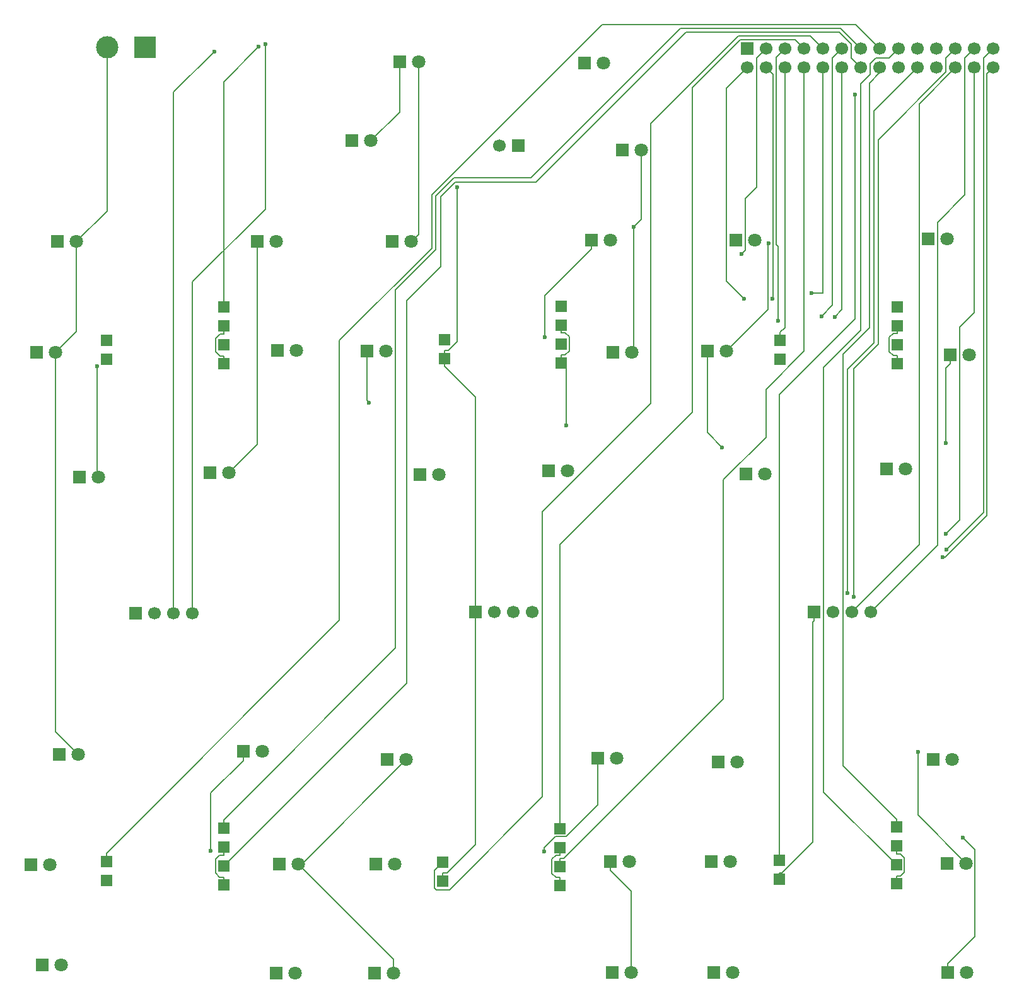
<source format=gbr>
%TF.GenerationSoftware,KiCad,Pcbnew,9.0.2*%
%TF.CreationDate,2025-06-15T20:52:46+02:00*%
%TF.ProjectId,adirs,61646972-732e-46b6-9963-61645f706362,rev?*%
%TF.SameCoordinates,Original*%
%TF.FileFunction,Copper,L2,Bot*%
%TF.FilePolarity,Positive*%
%FSLAX46Y46*%
G04 Gerber Fmt 4.6, Leading zero omitted, Abs format (unit mm)*
G04 Created by KiCad (PCBNEW 9.0.2) date 2025-06-15 20:52:46*
%MOMM*%
%LPD*%
G01*
G04 APERTURE LIST*
%TA.AperFunction,ComponentPad*%
%ADD10R,1.500000X1.500000*%
%TD*%
%TA.AperFunction,ComponentPad*%
%ADD11R,1.800000X1.800000*%
%TD*%
%TA.AperFunction,ComponentPad*%
%ADD12C,1.800000*%
%TD*%
%TA.AperFunction,ComponentPad*%
%ADD13R,3.000000X3.000000*%
%TD*%
%TA.AperFunction,ComponentPad*%
%ADD14C,3.000000*%
%TD*%
%TA.AperFunction,ComponentPad*%
%ADD15R,1.700000X1.700000*%
%TD*%
%TA.AperFunction,ComponentPad*%
%ADD16C,1.700000*%
%TD*%
%TA.AperFunction,ViaPad*%
%ADD17C,0.600000*%
%TD*%
%TA.AperFunction,Conductor*%
%ADD18C,0.200000*%
%TD*%
G04 APERTURE END LIST*
D10*
%TO.P,KR3,1,+5V_TOP_LED*%
%TO.N,Net-(J2-Pin_4)*%
X255250000Y-60150000D03*
%TO.P,KR3,2,GND_TOP_LED*%
%TO.N,GND*%
X255250000Y-62690000D03*
%TO.P,KR3,3,+5V_BOTTOM_LED*%
%TO.N,Net-(J2-Pin_5)*%
X255250000Y-65230000D03*
%TO.P,KR3,4,GND_BOTTOM_LED*%
%TO.N,GND*%
X255250000Y-67770000D03*
%TO.P,KR3,5,SW_IN*%
%TO.N,Net-(J2-Pin_6)*%
X239550000Y-64650000D03*
%TO.P,KR3,6,SW_OUT*%
%TO.N,GND*%
X239550000Y-67190000D03*
%TD*%
D11*
%TO.P,D35,1,K*%
%TO.N,Net-(D35-K)*%
X230660000Y-149600000D03*
D12*
%TO.P,D35,2,A*%
%TO.N,Net-(D34-K)*%
X233200000Y-149600000D03*
%TD*%
D11*
%TO.P,D29,1,K*%
%TO.N,Net-(D29-K)*%
X216760000Y-134700000D03*
D12*
%TO.P,D29,2,A*%
%TO.N,Net-(D28-K)*%
X219300000Y-134700000D03*
%TD*%
D11*
%TO.P,D33,1,K*%
%TO.N,Net-(D33-K)*%
X230260000Y-134700000D03*
D12*
%TO.P,D33,2,A*%
%TO.N,Net-(D32-K)*%
X232800000Y-134700000D03*
%TD*%
D11*
%TO.P,D3,1,K*%
%TO.N,Net-(D3-K)*%
X163000000Y-82400000D03*
D12*
%TO.P,D3,2,A*%
%TO.N,Net-(D2-K)*%
X165540000Y-82400000D03*
%TD*%
D11*
%TO.P,D22,1,K*%
%TO.N,Net-(D22-K)*%
X172260000Y-135000000D03*
D12*
%TO.P,D22,2,A*%
%TO.N,+12V*%
X174800000Y-135000000D03*
%TD*%
D11*
%TO.P,D19,1,K*%
%TO.N,Net-(D19-K)*%
X142760000Y-120300000D03*
D12*
%TO.P,D19,2,A*%
%TO.N,+12V*%
X145300000Y-120300000D03*
%TD*%
D11*
%TO.P,D13,1,K*%
%TO.N,Net-(D13-K)*%
X233560000Y-51200000D03*
D12*
%TO.P,D13,2,A*%
%TO.N,+12V*%
X236100000Y-51200000D03*
%TD*%
D11*
%TO.P,D16,1,K*%
%TO.N,Net-(D16-K)*%
X262360000Y-66600000D03*
D12*
%TO.P,D16,2,A*%
%TO.N,+12V*%
X264900000Y-66600000D03*
%TD*%
D11*
%TO.P,D8,1,K*%
%TO.N,Net-(D8-K)*%
X214225000Y-51200000D03*
D12*
%TO.P,D8,2,A*%
%TO.N,Net-(D7-K)*%
X216765000Y-51200000D03*
%TD*%
D10*
%TO.P,KR5,1,+5V_TOP_LED*%
%TO.N,Net-(J2-Pin_7)*%
X209950000Y-130250000D03*
%TO.P,KR5,2,GND_TOP_LED*%
%TO.N,GND*%
X209950000Y-132790000D03*
%TO.P,KR5,3,+5V_BOTTOM_LED*%
%TO.N,Net-(J2-Pin_8)*%
X209950000Y-135330000D03*
%TO.P,KR5,4,GND_BOTTOM_LED*%
%TO.N,GND*%
X209950000Y-137870000D03*
%TO.P,KR5,5,SW_IN*%
%TO.N,Net-(J2-Pin_9)*%
X194250000Y-134750000D03*
%TO.P,KR5,6,SW_OUT*%
%TO.N,GND*%
X194250000Y-137290000D03*
%TD*%
D11*
%TO.P,D25,1,K*%
%TO.N,Net-(D25-K)*%
X186760000Y-121000000D03*
D12*
%TO.P,D25,2,A*%
%TO.N,+12V*%
X189300000Y-121000000D03*
%TD*%
D13*
%TO.P,J1,1,Pin_1*%
%TO.N,GND*%
X154240000Y-25300000D03*
D14*
%TO.P,J1,2,Pin_2*%
%TO.N,+12V*%
X149160000Y-25300000D03*
%TD*%
D11*
%TO.P,D21,1,K*%
%TO.N,Net-(D21-K)*%
X138960000Y-135100000D03*
D12*
%TO.P,D21,2,A*%
%TO.N,Net-(D20-K)*%
X141500000Y-135100000D03*
%TD*%
D11*
%TO.P,D10,1,K*%
%TO.N,Net-(D10-K)*%
X217060000Y-66300000D03*
D12*
%TO.P,D10,2,A*%
%TO.N,+12V*%
X219600000Y-66300000D03*
%TD*%
D11*
%TO.P,D32,1,K*%
%TO.N,Net-(D32-K)*%
X260060000Y-121000000D03*
D12*
%TO.P,D32,2,A*%
%TO.N,Net-(D31-K)*%
X262600000Y-121000000D03*
%TD*%
D11*
%TO.P,D12,1,K*%
%TO.N,Net-(D12-K)*%
X208460000Y-82200000D03*
D12*
%TO.P,D12,2,A*%
%TO.N,Net-(D11-K)*%
X211000000Y-82200000D03*
%TD*%
D10*
%TO.P,KR6,1,+5V_TOP_LED*%
%TO.N,Net-(J2-Pin_16)*%
X255150000Y-130050000D03*
%TO.P,KR6,2,GND_TOP_LED*%
%TO.N,GND*%
X255150000Y-132590000D03*
%TO.P,KR6,3,+5V_BOTTOM_LED*%
%TO.N,Net-(J2-Pin_17)*%
X255150000Y-135130000D03*
%TO.P,KR6,4,GND_BOTTOM_LED*%
%TO.N,GND*%
X255150000Y-137670000D03*
%TO.P,KR6,5,SW_IN*%
%TO.N,Net-(J2-Pin_18)*%
X239450000Y-134550000D03*
%TO.P,KR6,6,SW_OUT*%
%TO.N,GND*%
X239450000Y-137090000D03*
%TD*%
D15*
%TO.P,J6,1,Pin_1*%
%TO.N,GND*%
X198590000Y-101150000D03*
D16*
%TO.P,J6,2,Pin_2*%
%TO.N,Net-(J2-Pin_26)*%
X201130000Y-101150000D03*
%TO.P,J6,3,Pin_3*%
%TO.N,Net-(J2-Pin_27)*%
X203670000Y-101150000D03*
%TO.P,J6,4,Pin_4*%
%TO.N,Net-(J2-Pin_28)*%
X206210000Y-101150000D03*
%TD*%
D11*
%TO.P,D9,1,K*%
%TO.N,Net-(D9-K)*%
X184025000Y-66100000D03*
D12*
%TO.P,D9,2,A*%
%TO.N,Net-(D8-K)*%
X186565000Y-66100000D03*
%TD*%
D11*
%TO.P,D30,1,K*%
%TO.N,Net-(D30-K)*%
X216960000Y-149600000D03*
D12*
%TO.P,D30,2,A*%
%TO.N,Net-(D29-K)*%
X219500000Y-149600000D03*
%TD*%
D11*
%TO.P,D14,1,K*%
%TO.N,Net-(D14-K)*%
X259425000Y-51000000D03*
D12*
%TO.P,D14,2,A*%
%TO.N,Net-(D13-K)*%
X261965000Y-51000000D03*
%TD*%
D15*
%TO.P,J4,1,Pin_1*%
%TO.N,GND*%
X153020000Y-101300000D03*
D16*
%TO.P,J4,2,Pin_2*%
%TO.N,Net-(J2-Pin_20)*%
X155560000Y-101300000D03*
%TO.P,J4,3,Pin_3*%
%TO.N,Net-(J2-Pin_21)*%
X158100000Y-101300000D03*
%TO.P,J4,4,Pin_4*%
%TO.N,Net-(J2-Pin_22)*%
X160640000Y-101300000D03*
%TD*%
D10*
%TO.P,KR4,1,+5V_TOP_LED*%
%TO.N,Net-(J2-Pin_13)*%
X164800000Y-130200000D03*
%TO.P,KR4,2,GND_TOP_LED*%
%TO.N,GND*%
X164800000Y-132740000D03*
%TO.P,KR4,3,+5V_BOTTOM_LED*%
%TO.N,Net-(J2-Pin_14)*%
X164800000Y-135280000D03*
%TO.P,KR4,4,GND_BOTTOM_LED*%
%TO.N,GND*%
X164800000Y-137820000D03*
%TO.P,KR4,5,SW_IN*%
%TO.N,Net-(J2-Pin_15)*%
X149100000Y-134700000D03*
%TO.P,KR4,6,SW_OUT*%
%TO.N,GND*%
X149100000Y-137240000D03*
%TD*%
D11*
%TO.P,D15,1,K*%
%TO.N,Net-(D15-K)*%
X229760000Y-66100000D03*
D12*
%TO.P,D15,2,A*%
%TO.N,Net-(D14-K)*%
X232300000Y-66100000D03*
%TD*%
D11*
%TO.P,D5,1,K*%
%TO.N,Net-(D5-K)*%
X172025000Y-66000000D03*
D12*
%TO.P,D5,2,A*%
%TO.N,Net-(D4-K)*%
X174565000Y-66000000D03*
%TD*%
D15*
%TO.P,J5,1,Pin_1*%
%TO.N,GND*%
X244090000Y-101150000D03*
D16*
%TO.P,J5,2,Pin_2*%
%TO.N,Net-(J2-Pin_23)*%
X246630000Y-101150000D03*
%TO.P,J5,3,Pin_3*%
%TO.N,Net-(J2-Pin_24)*%
X249170000Y-101150000D03*
%TO.P,J5,4,Pin_4*%
%TO.N,Net-(J2-Pin_25)*%
X251710000Y-101150000D03*
%TD*%
D11*
%TO.P,D23,1,K*%
%TO.N,Net-(D23-K)*%
X140460000Y-148600000D03*
D12*
%TO.P,D23,2,A*%
%TO.N,Net-(D22-K)*%
X143000000Y-148600000D03*
%TD*%
D11*
%TO.P,D17,1,K*%
%TO.N,Net-(D17-K)*%
X234960000Y-82600000D03*
D12*
%TO.P,D17,2,A*%
%TO.N,Net-(D16-K)*%
X237500000Y-82600000D03*
%TD*%
D11*
%TO.P,D40,1,K*%
%TO.N,Net-(D40-K)*%
X218360000Y-39100000D03*
D12*
%TO.P,D40,2,A*%
%TO.N,+12V*%
X220900000Y-39100000D03*
%TD*%
D11*
%TO.P,D2,1,K*%
%TO.N,Net-(D2-K)*%
X169325000Y-51400000D03*
D12*
%TO.P,D2,2,A*%
%TO.N,Net-(D1-K)*%
X171865000Y-51400000D03*
%TD*%
D11*
%TO.P,D39,1,K*%
%TO.N,Net-(D39-K)*%
X213260000Y-27400000D03*
D12*
%TO.P,D39,2,A*%
%TO.N,Net-(D38-K)*%
X215800000Y-27400000D03*
%TD*%
D11*
%TO.P,D1,1,K*%
%TO.N,Net-(D1-K)*%
X142525000Y-51400000D03*
D12*
%TO.P,D1,2,A*%
%TO.N,+12V*%
X145065000Y-51400000D03*
%TD*%
D11*
%TO.P,D37,1,K*%
%TO.N,Net-(D37-K)*%
X188425000Y-27200000D03*
D12*
%TO.P,D37,2,A*%
%TO.N,+12V*%
X190965000Y-27200000D03*
%TD*%
D15*
%TO.P,J3,1,Pin_1*%
%TO.N,Net-(J3-Pin_1)*%
X204375000Y-38500000D03*
D16*
%TO.P,J3,2,Pin_2*%
%TO.N,Net-(J2-Pin_19)*%
X201835000Y-38500000D03*
%TD*%
D11*
%TO.P,D34,1,K*%
%TO.N,Net-(D34-K)*%
X261960000Y-134900000D03*
D12*
%TO.P,D34,2,A*%
%TO.N,+12V*%
X264500000Y-134900000D03*
%TD*%
D10*
%TO.P,KR1,1,+5V_TOP_LED*%
%TO.N,Net-(J2-Pin_1)*%
X164800000Y-60200000D03*
%TO.P,KR1,2,GND_TOP_LED*%
%TO.N,GND*%
X164800000Y-62740000D03*
%TO.P,KR1,3,+5V_BOTTOM_LED*%
%TO.N,Net-(J2-Pin_2)*%
X164800000Y-65280000D03*
%TO.P,KR1,4,GND_BOTTOM_LED*%
%TO.N,GND*%
X164800000Y-67820000D03*
%TO.P,KR1,5,SW_IN*%
%TO.N,Net-(J2-Pin_3)*%
X149100000Y-64700000D03*
%TO.P,KR1,6,SW_OUT*%
%TO.N,GND*%
X149100000Y-67240000D03*
%TD*%
D11*
%TO.P,D24,1,K*%
%TO.N,Net-(D24-K)*%
X171860000Y-149700000D03*
D12*
%TO.P,D24,2,A*%
%TO.N,Net-(D23-K)*%
X174400000Y-149700000D03*
%TD*%
D11*
%TO.P,D26,1,K*%
%TO.N,Net-(D26-K)*%
X215060000Y-120800000D03*
D12*
%TO.P,D26,2,A*%
%TO.N,Net-(D25-K)*%
X217600000Y-120800000D03*
%TD*%
D11*
%TO.P,D7,1,K*%
%TO.N,Net-(D7-K)*%
X187425000Y-51400000D03*
D12*
%TO.P,D7,2,A*%
%TO.N,+12V*%
X189965000Y-51400000D03*
%TD*%
D11*
%TO.P,D4,1,K*%
%TO.N,Net-(D4-K)*%
X139725000Y-66300000D03*
D12*
%TO.P,D4,2,A*%
%TO.N,+12V*%
X142265000Y-66300000D03*
%TD*%
D11*
%TO.P,D11,1,K*%
%TO.N,Net-(D11-K)*%
X191160000Y-82700000D03*
D12*
%TO.P,D11,2,A*%
%TO.N,Net-(D10-K)*%
X193700000Y-82700000D03*
%TD*%
D11*
%TO.P,D36,1,K*%
%TO.N,Net-(D36-K)*%
X262060000Y-149600000D03*
D12*
%TO.P,D36,2,A*%
%TO.N,Net-(D35-K)*%
X264600000Y-149600000D03*
%TD*%
D11*
%TO.P,D20,1,K*%
%TO.N,Net-(D20-K)*%
X167460000Y-119900000D03*
D12*
%TO.P,D20,2,A*%
%TO.N,Net-(D19-K)*%
X170000000Y-119900000D03*
%TD*%
D11*
%TO.P,D27,1,K*%
%TO.N,Net-(D27-K)*%
X185260000Y-135000000D03*
D12*
%TO.P,D27,2,A*%
%TO.N,Net-(D26-K)*%
X187800000Y-135000000D03*
%TD*%
D11*
%TO.P,D31,1,K*%
%TO.N,Net-(D31-K)*%
X231260000Y-121300000D03*
D12*
%TO.P,D31,2,A*%
%TO.N,+12V*%
X233800000Y-121300000D03*
%TD*%
D11*
%TO.P,D38,1,K*%
%TO.N,Net-(D38-K)*%
X182060000Y-37800000D03*
D12*
%TO.P,D38,2,A*%
%TO.N,Net-(D37-K)*%
X184600000Y-37800000D03*
%TD*%
D11*
%TO.P,D28,1,K*%
%TO.N,Net-(D28-K)*%
X185060000Y-149700000D03*
D12*
%TO.P,D28,2,A*%
%TO.N,+12V*%
X187600000Y-149700000D03*
%TD*%
D11*
%TO.P,D18,1,K*%
%TO.N,Net-(D18-K)*%
X253860000Y-81900000D03*
D12*
%TO.P,D18,2,A*%
%TO.N,Net-(D17-K)*%
X256400000Y-81900000D03*
%TD*%
D10*
%TO.P,KR2,1,+5V_TOP_LED*%
%TO.N,Net-(J2-Pin_10)*%
X210150000Y-60050000D03*
%TO.P,KR2,2,GND_TOP_LED*%
%TO.N,GND*%
X210150000Y-62590000D03*
%TO.P,KR2,3,+5V_BOTTOM_LED*%
%TO.N,Net-(J2-Pin_11)*%
X210150000Y-65130000D03*
%TO.P,KR2,4,GND_BOTTOM_LED*%
%TO.N,GND*%
X210150000Y-67670000D03*
%TO.P,KR2,5,SW_IN*%
%TO.N,Net-(J2-Pin_12)*%
X194450000Y-64550000D03*
%TO.P,KR2,6,SW_OUT*%
%TO.N,GND*%
X194450000Y-67090000D03*
%TD*%
D11*
%TO.P,D6,1,K*%
%TO.N,Net-(D6-K)*%
X145425000Y-83000000D03*
D12*
%TO.P,D6,2,A*%
%TO.N,Net-(D5-K)*%
X147965000Y-83000000D03*
%TD*%
D15*
%TO.P,J2,1,Pin_1*%
%TO.N,Net-(J2-Pin_1)*%
X235140000Y-25460000D03*
D16*
%TO.P,J2,2,Pin_2*%
%TO.N,Net-(J2-Pin_2)*%
X235140000Y-28000000D03*
%TO.P,J2,3,Pin_3*%
%TO.N,Net-(J2-Pin_3)*%
X237680000Y-25460000D03*
%TO.P,J2,4,Pin_4*%
%TO.N,Net-(J2-Pin_4)*%
X237680000Y-28000000D03*
%TO.P,J2,5,Pin_5*%
%TO.N,Net-(J2-Pin_5)*%
X240220000Y-25460000D03*
%TO.P,J2,6,Pin_6*%
%TO.N,Net-(J2-Pin_6)*%
X240220000Y-28000000D03*
%TO.P,J2,7,Pin_7*%
%TO.N,Net-(J2-Pin_7)*%
X242760000Y-25460000D03*
%TO.P,J2,8,Pin_8*%
%TO.N,Net-(J2-Pin_8)*%
X242760000Y-28000000D03*
%TO.P,J2,9,Pin_9*%
%TO.N,Net-(J2-Pin_9)*%
X245300000Y-25460000D03*
%TO.P,J2,10,Pin_10*%
%TO.N,Net-(J2-Pin_10)*%
X245300000Y-28000000D03*
%TO.P,J2,11,Pin_11*%
%TO.N,Net-(J2-Pin_11)*%
X247840000Y-25460000D03*
%TO.P,J2,12,Pin_12*%
%TO.N,Net-(J2-Pin_12)*%
X247840000Y-28000000D03*
%TO.P,J2,13,Pin_13*%
%TO.N,Net-(J2-Pin_13)*%
X250380000Y-25460000D03*
%TO.P,J2,14,Pin_14*%
%TO.N,Net-(J2-Pin_14)*%
X250380000Y-28000000D03*
%TO.P,J2,15,Pin_15*%
%TO.N,Net-(J2-Pin_15)*%
X252920000Y-25460000D03*
%TO.P,J2,16,Pin_16*%
%TO.N,Net-(J2-Pin_16)*%
X252920000Y-28000000D03*
%TO.P,J2,17,Pin_17*%
%TO.N,Net-(J2-Pin_17)*%
X255460000Y-25460000D03*
%TO.P,J2,18,Pin_18*%
%TO.N,Net-(J2-Pin_18)*%
X255460000Y-28000000D03*
%TO.P,J2,19,Pin_19*%
%TO.N,Net-(J2-Pin_19)*%
X258000000Y-25460000D03*
%TO.P,J2,20,Pin_20*%
%TO.N,Net-(J2-Pin_20)*%
X258000000Y-28000000D03*
%TO.P,J2,21,Pin_21*%
%TO.N,Net-(J2-Pin_21)*%
X260540000Y-25460000D03*
%TO.P,J2,22,Pin_22*%
%TO.N,Net-(J2-Pin_22)*%
X260540000Y-28000000D03*
%TO.P,J2,23,Pin_23*%
%TO.N,Net-(J2-Pin_23)*%
X263080000Y-25460000D03*
%TO.P,J2,24,Pin_24*%
%TO.N,Net-(J2-Pin_24)*%
X263080000Y-28000000D03*
%TO.P,J2,25,Pin_25*%
%TO.N,Net-(J2-Pin_25)*%
X265620000Y-25460000D03*
%TO.P,J2,26,Pin_26*%
%TO.N,Net-(J2-Pin_26)*%
X265620000Y-28000000D03*
%TO.P,J2,27,Pin_27*%
%TO.N,Net-(J2-Pin_27)*%
X268160000Y-25460000D03*
%TO.P,J2,28,Pin_28*%
%TO.N,Net-(J2-Pin_28)*%
X268160000Y-28000000D03*
%TD*%
D17*
%TO.N,+12V*%
X219880700Y-49420000D03*
X258041000Y-119940000D03*
%TO.N,Net-(D5-K)*%
X147837400Y-68108800D03*
%TO.N,Net-(D8-K)*%
X207972900Y-64220000D03*
%TO.N,Net-(D9-K)*%
X184321100Y-73022000D03*
%TO.N,Net-(D14-K)*%
X237968300Y-51607500D03*
%TO.N,Net-(D15-K)*%
X231733900Y-79020000D03*
%TO.N,Net-(D16-K)*%
X261815500Y-78488200D03*
%TO.N,Net-(D20-K)*%
X163073200Y-133265800D03*
%TO.N,Net-(D26-K)*%
X207872900Y-133335000D03*
%TO.N,Net-(D36-K)*%
X264109800Y-131446200D03*
%TO.N,GND*%
X210805400Y-76060000D03*
X196174300Y-44113800D03*
%TO.N,Net-(J2-Pin_2)*%
X234697200Y-59090000D03*
%TO.N,Net-(J2-Pin_1)*%
X169503100Y-25235500D03*
%TO.N,Net-(J2-Pin_20)*%
X248601000Y-98650200D03*
%TO.N,Net-(J2-Pin_23)*%
X249406000Y-99140400D03*
%TO.N,Net-(J2-Pin_26)*%
X261771100Y-90672000D03*
%TO.N,Net-(J2-Pin_18)*%
X249622300Y-31660000D03*
%TO.N,Net-(J2-Pin_28)*%
X261366900Y-93820000D03*
%TO.N,Net-(J2-Pin_3)*%
X234335800Y-53031900D03*
%TO.N,Net-(J2-Pin_4)*%
X238502400Y-59090000D03*
%TO.N,Net-(J2-Pin_10)*%
X243763500Y-58300000D03*
%TO.N,Net-(J2-Pin_21)*%
X163577600Y-25839500D03*
%TO.N,Net-(J2-Pin_11)*%
X245076400Y-61435000D03*
%TO.N,Net-(J2-Pin_22)*%
X170395400Y-24868200D03*
%TO.N,Net-(J2-Pin_12)*%
X246865300Y-61523300D03*
%TO.N,Net-(J2-Pin_27)*%
X261868000Y-92782500D03*
%TO.N,Net-(J2-Pin_5)*%
X239296100Y-62050000D03*
%TD*%
D18*
%TO.N,+12V*%
X149160000Y-47305000D02*
X145065000Y-51400000D01*
X145300000Y-120300000D02*
X142265000Y-117265000D01*
X219880700Y-66019300D02*
X219600000Y-66300000D01*
X145065000Y-63500000D02*
X142265000Y-66300000D01*
X175050000Y-135250000D02*
X187600000Y-147800000D01*
X220900000Y-48400700D02*
X219880700Y-49420000D01*
X187600000Y-147800000D02*
X187600000Y-149700000D01*
X142265000Y-117265000D02*
X142265000Y-66300000D01*
X220900000Y-39100000D02*
X220900000Y-48400700D01*
X190965000Y-27200000D02*
X190965000Y-50400000D01*
X258041000Y-128441000D02*
X258041000Y-119940000D01*
X174800000Y-135000000D02*
X175050000Y-135250000D01*
X219880700Y-49420000D02*
X219880700Y-66019300D01*
X264500000Y-134900000D02*
X258041000Y-128441000D01*
X145065000Y-51400000D02*
X145065000Y-63500000D01*
X175050000Y-135250000D02*
X189300000Y-121000000D01*
X190965000Y-50400000D02*
X189965000Y-51400000D01*
X149160000Y-25300000D02*
X149160000Y-47305000D01*
%TO.N,Net-(D2-K)*%
X165540000Y-82400000D02*
X169325000Y-78615000D01*
X169325000Y-78615000D02*
X169325000Y-51400000D01*
%TO.N,Net-(D5-K)*%
X147965000Y-83000000D02*
X147837400Y-82872400D01*
X147837400Y-82872400D02*
X147837400Y-68108800D01*
%TO.N,Net-(D8-K)*%
X207972900Y-58653800D02*
X207972900Y-64220000D01*
X214225000Y-52401700D02*
X207972900Y-58653800D01*
X214225000Y-51200000D02*
X214225000Y-52401700D01*
%TO.N,Net-(D9-K)*%
X184319500Y-73022000D02*
X184321100Y-73022000D01*
X184025000Y-72725900D02*
X184025000Y-66100000D01*
X184321100Y-73022000D02*
X184025000Y-72725900D01*
X184321100Y-73022000D02*
X184319500Y-73022000D01*
%TO.N,Net-(D14-K)*%
X237900700Y-51675100D02*
X237900700Y-60499300D01*
X237968300Y-51607500D02*
X237900700Y-51675100D01*
X237900700Y-60499300D02*
X232300000Y-66100000D01*
%TO.N,Net-(D15-K)*%
X229760000Y-77046100D02*
X229760000Y-66100000D01*
X231733900Y-79020000D02*
X229760000Y-77046100D01*
%TO.N,Net-(D16-K)*%
X262360000Y-67801700D02*
X261815500Y-68346200D01*
X262360000Y-66600000D02*
X262360000Y-67801700D01*
X261815500Y-68346200D02*
X261815500Y-78488200D01*
%TO.N,Net-(D20-K)*%
X163073200Y-125488500D02*
X163073200Y-133265800D01*
X167460000Y-121101700D02*
X163073200Y-125488500D01*
X167460000Y-119900000D02*
X167460000Y-121101700D01*
%TO.N,Net-(D26-K)*%
X207872900Y-132831000D02*
X207872900Y-133335000D01*
X210842500Y-131301700D02*
X209402200Y-131301700D01*
X209402200Y-131301700D02*
X207872900Y-132831000D01*
X215060000Y-120800000D02*
X215060000Y-127084200D01*
X215060000Y-127084200D02*
X210842500Y-131301700D01*
%TO.N,Net-(D29-K)*%
X219500000Y-138641700D02*
X219500000Y-149600000D01*
X216760000Y-134700000D02*
X216760000Y-135901700D01*
X216760000Y-135901700D02*
X219500000Y-138641700D01*
%TO.N,Net-(D36-K)*%
X264109800Y-131446200D02*
X265718900Y-133055300D01*
X262060000Y-149600000D02*
X262060000Y-148398300D01*
X265718900Y-144739400D02*
X262060000Y-148398300D01*
X265718900Y-133055300D02*
X265718900Y-144739400D01*
%TO.N,GND*%
X209424100Y-133841700D02*
X208898300Y-134367500D01*
X209950000Y-132790000D02*
X209950000Y-133841700D01*
X164800000Y-137820000D02*
X164800000Y-136768300D01*
X194450000Y-67090000D02*
X194450000Y-66038300D01*
X210150000Y-67144100D02*
X210805400Y-67799500D01*
X210675900Y-63641700D02*
X211201700Y-64167500D01*
X194250000Y-137290000D02*
X194250000Y-136238300D01*
X164800000Y-136768300D02*
X164274100Y-136768300D01*
X210150000Y-62590000D02*
X210150000Y-63641700D01*
X198590000Y-101150000D02*
X198590000Y-72281700D01*
X164800000Y-67820000D02*
X164800000Y-66768300D01*
X243917800Y-102473900D02*
X244090000Y-102301700D01*
X254198300Y-66192500D02*
X254724100Y-66718300D01*
X209424100Y-136818300D02*
X209950000Y-136818300D01*
X243917800Y-132091700D02*
X243917800Y-102473900D01*
X164361600Y-66768300D02*
X164800000Y-66768300D01*
X209950000Y-133841700D02*
X209424100Y-133841700D01*
X211201700Y-66092500D02*
X210675900Y-66618300D01*
X255675900Y-133641700D02*
X255150000Y-133641700D01*
X198590000Y-132424100D02*
X194775800Y-136238300D01*
X239450000Y-136204600D02*
X239804900Y-136204600D01*
X164274100Y-133791700D02*
X164800000Y-133791700D01*
X164361600Y-63791700D02*
X163748300Y-64405000D01*
X164800000Y-132740000D02*
X164800000Y-133791700D01*
X210150000Y-67144100D02*
X210150000Y-66618300D01*
X163748300Y-66155000D02*
X164361600Y-66768300D01*
X196174300Y-64839800D02*
X194975800Y-66038300D01*
X210150000Y-63641700D02*
X210675900Y-63641700D01*
X254724100Y-66718300D02*
X255250000Y-66718300D01*
X194450000Y-67090000D02*
X194450000Y-68141700D01*
X198590000Y-72281700D02*
X194450000Y-68141700D01*
X164800000Y-62740000D02*
X164800000Y-63791700D01*
X163748300Y-134317500D02*
X164274100Y-133791700D01*
X239804900Y-136204600D02*
X243917800Y-132091700D01*
X244090000Y-101150000D02*
X244090000Y-102301700D01*
X194975800Y-66038300D02*
X194450000Y-66038300D01*
X255675900Y-136618300D02*
X256201700Y-136092500D01*
X164800000Y-63791700D02*
X164361600Y-63791700D01*
X163748300Y-64405000D02*
X163748300Y-66155000D01*
X255250000Y-63741700D02*
X254724100Y-63741700D01*
X194775800Y-136238300D02*
X194250000Y-136238300D01*
X210805400Y-67799500D02*
X210805400Y-76060000D01*
X254198300Y-64267500D02*
X254198300Y-66192500D01*
X211201700Y-64167500D02*
X211201700Y-66092500D01*
X255150000Y-137670000D02*
X255150000Y-136618300D01*
X208898300Y-134367500D02*
X208898300Y-136292500D01*
X163748300Y-136242500D02*
X163748300Y-134317500D01*
X198590000Y-101150000D02*
X198590000Y-132424100D01*
X239450000Y-137090000D02*
X239450000Y-136204600D01*
X164274100Y-136768300D02*
X163748300Y-136242500D01*
X255150000Y-132590000D02*
X255150000Y-133641700D01*
X256201700Y-134167500D02*
X255675900Y-133641700D01*
X255150000Y-136618300D02*
X255675900Y-136618300D01*
X210150000Y-67670000D02*
X210150000Y-67144100D01*
X209950000Y-137870000D02*
X209950000Y-136818300D01*
X255250000Y-62690000D02*
X255250000Y-63741700D01*
X196174300Y-44113800D02*
X196174300Y-64839800D01*
X256201700Y-136092500D02*
X256201700Y-134167500D01*
X208898300Y-136292500D02*
X209424100Y-136818300D01*
X210675900Y-66618300D02*
X210150000Y-66618300D01*
X255250000Y-67770000D02*
X255250000Y-66718300D01*
X254724100Y-63741700D02*
X254198300Y-64267500D01*
%TO.N,Net-(J2-Pin_2)*%
X232335100Y-30804900D02*
X232335100Y-56727900D01*
X232335100Y-56727900D02*
X234697200Y-59090000D01*
X235140000Y-28000000D02*
X232335100Y-30804900D01*
%TO.N,Net-(J2-Pin_1)*%
X164800000Y-60200000D02*
X164800000Y-29938600D01*
X164800000Y-29938600D02*
X169503100Y-25235500D01*
%TO.N,Net-(J2-Pin_20)*%
X248601000Y-98650200D02*
X248601000Y-68532800D01*
X252172000Y-64961800D02*
X252172000Y-33828000D01*
X248601000Y-68532800D02*
X252172000Y-64961800D01*
X252172000Y-33828000D02*
X258000000Y-28000000D01*
%TO.N,Net-(J2-Pin_23)*%
X252731700Y-65170400D02*
X252731700Y-37695500D01*
X249406000Y-99140400D02*
X249406000Y-68496100D01*
X252731700Y-37695500D02*
X261810000Y-28617200D01*
X261810000Y-26730000D02*
X263080000Y-25460000D01*
X249406000Y-68496100D02*
X252731700Y-65170400D01*
X261810000Y-28617200D02*
X261810000Y-26730000D01*
%TO.N,Net-(J2-Pin_26)*%
X263629900Y-88813200D02*
X263629900Y-62887600D01*
X263629900Y-62887600D02*
X265620000Y-60897500D01*
X261771100Y-90672000D02*
X263629900Y-88813200D01*
X265620000Y-60897500D02*
X265620000Y-28000000D01*
%TO.N,Net-(J2-Pin_16)*%
X255150000Y-130050000D02*
X255150000Y-128998300D01*
X251541000Y-30088500D02*
X252920000Y-28709500D01*
X247985300Y-66492200D02*
X251541000Y-62936500D01*
X247985300Y-121833600D02*
X247985300Y-66492200D01*
X255150000Y-128998300D02*
X247985300Y-121833600D01*
X251541000Y-62936500D02*
X251541000Y-30088500D01*
X252920000Y-28709500D02*
X252920000Y-28000000D01*
%TO.N,Net-(J2-Pin_13)*%
X206043200Y-42843900D02*
X226135600Y-22751500D01*
X193283900Y-45291200D02*
X195731200Y-42843900D01*
X226135600Y-22751500D02*
X247671500Y-22751500D01*
X247671500Y-22751500D02*
X250380000Y-25460000D01*
X193283900Y-52478400D02*
X193283900Y-45291200D01*
X195731200Y-42843900D02*
X206043200Y-42843900D01*
X187866700Y-105981600D02*
X187866700Y-57895600D01*
X187866700Y-57895600D02*
X193283900Y-52478400D01*
X164800000Y-130200000D02*
X164800000Y-129048300D01*
X164800000Y-129048300D02*
X187866700Y-105981600D01*
%TO.N,Net-(J2-Pin_18)*%
X239450000Y-134550000D02*
X239450000Y-133498300D01*
X249622300Y-61787900D02*
X249622300Y-31660000D01*
X239450000Y-133498300D02*
X239450000Y-71960200D01*
X239450000Y-71960200D02*
X249622300Y-61787900D01*
%TO.N,Net-(J2-Pin_28)*%
X267291800Y-28868200D02*
X268160000Y-28000000D01*
X267291800Y-88209600D02*
X267291800Y-28868200D01*
X261366900Y-93820000D02*
X261681400Y-93820000D01*
X261681400Y-93820000D02*
X267291800Y-88209600D01*
%TO.N,Net-(J2-Pin_17)*%
X250380000Y-63302200D02*
X245341700Y-68340500D01*
X251650000Y-27447000D02*
X251650000Y-28916400D01*
X245341700Y-125321700D02*
X255150000Y-135130000D01*
X245341700Y-68340500D02*
X245341700Y-125321700D01*
X252367000Y-26730000D02*
X251650000Y-27447000D01*
X251650000Y-28916400D02*
X250380000Y-30186400D01*
X250380000Y-30186400D02*
X250380000Y-63302200D01*
X254190000Y-26730000D02*
X252367000Y-26730000D01*
X255460000Y-25460000D02*
X254190000Y-26730000D01*
%TO.N,Net-(J2-Pin_15)*%
X180366600Y-102281700D02*
X149100000Y-133548300D01*
X249709800Y-22249800D02*
X215615800Y-22249800D01*
X180366600Y-64686200D02*
X180366600Y-102281700D01*
X215615800Y-22249800D02*
X192782200Y-45083400D01*
X252920000Y-25460000D02*
X249709800Y-22249800D01*
X149100000Y-134700000D02*
X149100000Y-133548300D01*
X192782200Y-45083400D02*
X192782200Y-52270600D01*
X192782200Y-52270600D02*
X180366600Y-64686200D01*
%TO.N,Net-(J2-Pin_24)*%
X258203000Y-32877000D02*
X263080000Y-28000000D01*
X249170000Y-101150000D02*
X258203000Y-92117000D01*
X258203000Y-92117000D02*
X258203000Y-32877000D01*
%TO.N,Net-(J2-Pin_14)*%
X226938700Y-23253200D02*
X247458700Y-23253200D01*
X195876400Y-43408200D02*
X206783700Y-43408200D01*
X249091700Y-24886200D02*
X249091700Y-26711700D01*
X189390400Y-110689600D02*
X189390400Y-59349700D01*
X206783700Y-43408200D02*
X226938700Y-23253200D01*
X249091700Y-26711700D02*
X250380000Y-28000000D01*
X193962300Y-45322300D02*
X195876400Y-43408200D01*
X193962300Y-54777800D02*
X193962300Y-45322300D01*
X189390400Y-59349700D02*
X193962300Y-54777800D01*
X247458700Y-23253200D02*
X249091700Y-24886200D01*
X164800000Y-135280000D02*
X189390400Y-110689600D01*
%TO.N,Net-(J2-Pin_3)*%
X236410000Y-44042000D02*
X236410000Y-26730000D01*
X236410000Y-26730000D02*
X237680000Y-25460000D01*
X234830000Y-45622000D02*
X236410000Y-44042000D01*
X234830000Y-52537700D02*
X234830000Y-45622000D01*
X234335800Y-53031900D02*
X234830000Y-52537700D01*
%TO.N,Net-(J2-Pin_4)*%
X238602400Y-28922400D02*
X237680000Y-28000000D01*
X238602400Y-58990000D02*
X238602400Y-28922400D01*
X238502400Y-59090000D02*
X238602400Y-58990000D01*
%TO.N,Net-(J2-Pin_10)*%
X245298500Y-58300000D02*
X243763500Y-58300000D01*
X245300000Y-28000000D02*
X245300000Y-58298500D01*
X243763500Y-58300000D02*
X245298500Y-58300000D01*
X245300000Y-58298500D02*
X245298500Y-58300000D01*
%TO.N,Net-(J2-Pin_21)*%
X158100000Y-101300000D02*
X158100000Y-31317100D01*
X158100000Y-31317100D02*
X163577600Y-25839500D01*
%TO.N,Net-(J2-Pin_11)*%
X245076400Y-61435000D02*
X246570000Y-59941400D01*
X246570000Y-26730000D02*
X247840000Y-25460000D01*
X246570000Y-59941400D02*
X246570000Y-26730000D01*
%TO.N,Net-(J2-Pin_22)*%
X160640000Y-56824700D02*
X170395400Y-47069300D01*
X160640000Y-101300000D02*
X160640000Y-56824700D01*
X170395400Y-47069300D02*
X170395400Y-24868200D01*
%TO.N,Net-(J2-Pin_7)*%
X241562500Y-24262500D02*
X242760000Y-25460000D01*
X227721300Y-30703900D02*
X234162700Y-24262500D01*
X209950000Y-130250000D02*
X209950000Y-92100700D01*
X209950000Y-92100700D02*
X227721300Y-74329400D01*
X227721300Y-74329400D02*
X227721300Y-30703900D01*
X234162700Y-24262500D02*
X241562500Y-24262500D01*
%TO.N,Net-(J2-Pin_9)*%
X243594900Y-23754900D02*
X245300000Y-25460000D01*
X194250000Y-134750000D02*
X193098300Y-135901700D01*
X193098300Y-138235900D02*
X193341500Y-138479100D01*
X207634700Y-87665300D02*
X222201700Y-73098300D01*
X193341500Y-138479100D02*
X195131600Y-138479100D01*
X222201700Y-35505700D02*
X233952500Y-23754900D01*
X195131600Y-138479100D02*
X207634700Y-125976000D01*
X193098300Y-135901700D02*
X193098300Y-138235900D01*
X233952500Y-23754900D02*
X243594900Y-23754900D01*
X207634700Y-125976000D02*
X207634700Y-87665300D01*
X222201700Y-73098300D02*
X222201700Y-35505700D01*
%TO.N,Net-(J2-Pin_12)*%
X247840000Y-60548600D02*
X246865300Y-61523300D01*
X247840000Y-28000000D02*
X247840000Y-60548600D01*
%TO.N,Net-(J2-Pin_25)*%
X260694900Y-48793400D02*
X264350000Y-45138300D01*
X264350000Y-45138300D02*
X264350000Y-26730000D01*
X264350000Y-26730000D02*
X265620000Y-25460000D01*
X251710000Y-101150000D02*
X260694900Y-92165100D01*
X260694900Y-92165100D02*
X260694900Y-48793400D01*
%TO.N,Net-(J2-Pin_27)*%
X266890000Y-87760500D02*
X266890000Y-26730000D01*
X261868000Y-92782500D02*
X266890000Y-87760500D01*
X266890000Y-26730000D02*
X268160000Y-25460000D01*
%TO.N,Net-(J2-Pin_8)*%
X231906500Y-112847600D02*
X231906500Y-83399900D01*
X237622400Y-71254900D02*
X242760000Y-66117300D01*
X210475800Y-134278300D02*
X231906500Y-112847600D01*
X237622400Y-77684000D02*
X237622400Y-71254900D01*
X231906500Y-83399900D02*
X237622400Y-77684000D01*
X209950000Y-135330000D02*
X209950000Y-134278300D01*
X209950000Y-134278300D02*
X210475800Y-134278300D01*
X242760000Y-66117300D02*
X242760000Y-28000000D01*
%TO.N,Net-(J2-Pin_5)*%
X239038000Y-26642000D02*
X240220000Y-25460000D01*
X239038000Y-51808500D02*
X239038000Y-26642000D01*
X239296100Y-52066600D02*
X239038000Y-51808500D01*
X239296100Y-62050000D02*
X239296100Y-52066600D01*
%TO.N,Net-(J2-Pin_6)*%
X239550000Y-64650000D02*
X239550000Y-63598300D01*
X240220000Y-62928300D02*
X239550000Y-63598300D01*
X240220000Y-28000000D02*
X240220000Y-62928300D01*
%TO.N,Net-(D37-K)*%
X188425000Y-33975000D02*
X184600000Y-37800000D01*
X188425000Y-27200000D02*
X188425000Y-33975000D01*
%TD*%
M02*

</source>
